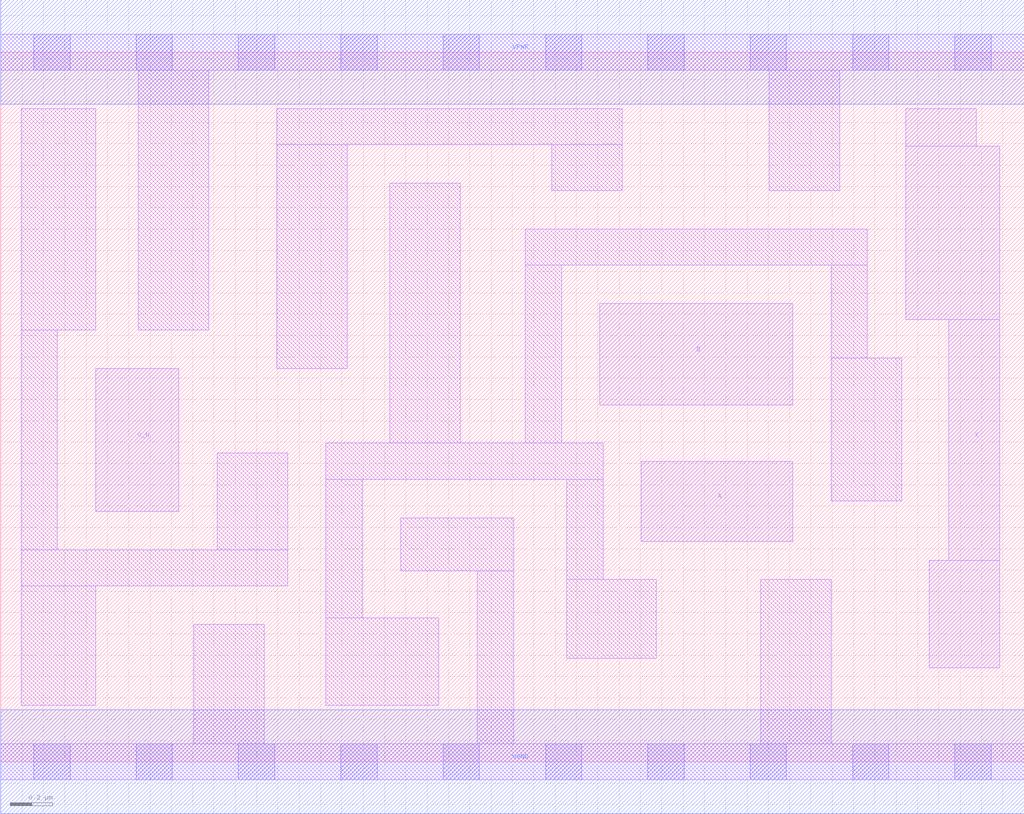
<source format=lef>
# Copyright 2020 The SkyWater PDK Authors
#
# Licensed under the Apache License, Version 2.0 (the "License");
# you may not use this file except in compliance with the License.
# You may obtain a copy of the License at
#
#     https://www.apache.org/licenses/LICENSE-2.0
#
# Unless required by applicable law or agreed to in writing, software
# distributed under the License is distributed on an "AS IS" BASIS,
# WITHOUT WARRANTIES OR CONDITIONS OF ANY KIND, either express or implied.
# See the License for the specific language governing permissions and
# limitations under the License.
#
# SPDX-License-Identifier: Apache-2.0

VERSION 5.7 ;
  NAMESCASESENSITIVE ON ;
  NOWIREEXTENSIONATPIN ON ;
  DIVIDERCHAR "/" ;
  BUSBITCHARS "[]" ;
UNITS
  DATABASE MICRONS 200 ;
END UNITS
MACRO sky130_fd_sc_lp__or3b_lp
  CLASS CORE ;
  SOURCE USER ;
  FOREIGN sky130_fd_sc_lp__or3b_lp ;
  ORIGIN  0.000000  0.000000 ;
  SIZE  4.800000 BY  3.330000 ;
  SYMMETRY X Y R90 ;
  SITE unit ;
  PIN A
    ANTENNAGATEAREA  0.376000 ;
    DIRECTION INPUT ;
    USE SIGNAL ;
    PORT
      LAYER li1 ;
        RECT 3.005000 1.035000 3.715000 1.410000 ;
    END
  END A
  PIN B
    ANTENNAGATEAREA  0.376000 ;
    DIRECTION INPUT ;
    USE SIGNAL ;
    PORT
      LAYER li1 ;
        RECT 2.810000 1.675000 3.715000 2.150000 ;
    END
  END B
  PIN C_N
    ANTENNAGATEAREA  0.376000 ;
    DIRECTION INPUT ;
    USE SIGNAL ;
    PORT
      LAYER li1 ;
        RECT 0.445000 1.175000 0.835000 1.845000 ;
    END
  END C_N
  PIN X
    ANTENNADIFFAREA  0.404700 ;
    DIRECTION OUTPUT ;
    USE SIGNAL ;
    PORT
      LAYER li1 ;
        RECT 4.245000 2.075000 4.685000 2.890000 ;
        RECT 4.245000 2.890000 4.575000 3.065000 ;
        RECT 4.355000 0.440000 4.685000 0.945000 ;
        RECT 4.445000 0.945000 4.685000 2.075000 ;
    END
  END X
  PIN VGND
    DIRECTION INOUT ;
    USE GROUND ;
    PORT
      LAYER met1 ;
        RECT 0.000000 -0.245000 4.800000 0.245000 ;
    END
  END VGND
  PIN VPWR
    DIRECTION INOUT ;
    USE POWER ;
    PORT
      LAYER met1 ;
        RECT 0.000000 3.085000 4.800000 3.575000 ;
    END
  END VPWR
  OBS
    LAYER li1 ;
      RECT 0.000000 -0.085000 4.800000 0.085000 ;
      RECT 0.000000  3.245000 4.800000 3.415000 ;
      RECT 0.095000  0.265000 0.445000 0.825000 ;
      RECT 0.095000  0.825000 1.345000 0.995000 ;
      RECT 0.095000  0.995000 0.265000 2.025000 ;
      RECT 0.095000  2.025000 0.445000 3.065000 ;
      RECT 0.645000  2.025000 0.975000 3.245000 ;
      RECT 0.905000  0.085000 1.235000 0.645000 ;
      RECT 1.015000  0.995000 1.345000 1.450000 ;
      RECT 1.295000  1.845000 1.625000 2.895000 ;
      RECT 1.295000  2.895000 2.915000 3.065000 ;
      RECT 1.525000  0.265000 2.055000 0.675000 ;
      RECT 1.525000  0.675000 1.695000 1.325000 ;
      RECT 1.525000  1.325000 2.825000 1.495000 ;
      RECT 1.825000  1.495000 2.155000 2.715000 ;
      RECT 1.875000  0.895000 2.405000 1.145000 ;
      RECT 2.235000  0.085000 2.405000 0.895000 ;
      RECT 2.460000  1.495000 2.630000 2.330000 ;
      RECT 2.460000  2.330000 4.065000 2.500000 ;
      RECT 2.585000  2.680000 2.915000 2.895000 ;
      RECT 2.655000  0.485000 3.075000 0.855000 ;
      RECT 2.655000  0.855000 2.825000 1.325000 ;
      RECT 3.565000  0.085000 3.895000 0.855000 ;
      RECT 3.605000  2.680000 3.935000 3.245000 ;
      RECT 3.895000  1.225000 4.225000 1.895000 ;
      RECT 3.895000  1.895000 4.065000 2.330000 ;
    LAYER mcon ;
      RECT 0.155000 -0.085000 0.325000 0.085000 ;
      RECT 0.155000  3.245000 0.325000 3.415000 ;
      RECT 0.635000 -0.085000 0.805000 0.085000 ;
      RECT 0.635000  3.245000 0.805000 3.415000 ;
      RECT 1.115000 -0.085000 1.285000 0.085000 ;
      RECT 1.115000  3.245000 1.285000 3.415000 ;
      RECT 1.595000 -0.085000 1.765000 0.085000 ;
      RECT 1.595000  3.245000 1.765000 3.415000 ;
      RECT 2.075000 -0.085000 2.245000 0.085000 ;
      RECT 2.075000  3.245000 2.245000 3.415000 ;
      RECT 2.555000 -0.085000 2.725000 0.085000 ;
      RECT 2.555000  3.245000 2.725000 3.415000 ;
      RECT 3.035000 -0.085000 3.205000 0.085000 ;
      RECT 3.035000  3.245000 3.205000 3.415000 ;
      RECT 3.515000 -0.085000 3.685000 0.085000 ;
      RECT 3.515000  3.245000 3.685000 3.415000 ;
      RECT 3.995000 -0.085000 4.165000 0.085000 ;
      RECT 3.995000  3.245000 4.165000 3.415000 ;
      RECT 4.475000 -0.085000 4.645000 0.085000 ;
      RECT 4.475000  3.245000 4.645000 3.415000 ;
  END
END sky130_fd_sc_lp__or3b_lp

</source>
